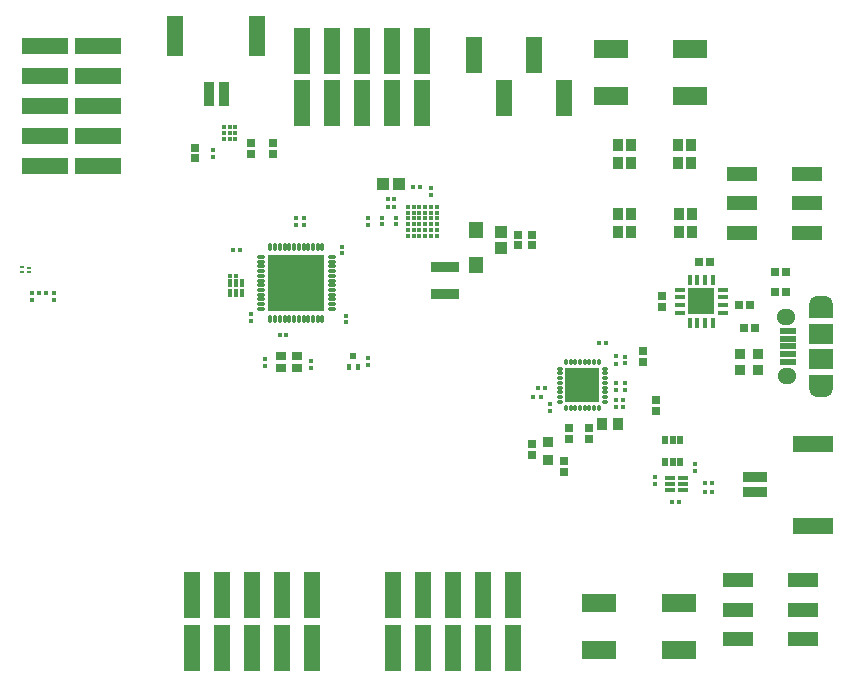
<source format=gts>
G04 Layer_Color=8388736*
%FSLAX25Y25*%
%MOIN*%
G70*
G01*
G75*
%ADD93R,0.01181X0.00984*%
%ADD96R,0.03353X0.02959*%
%ADD97R,0.07880X0.06699*%
%ADD98R,0.05715X0.01975*%
%ADD99R,0.07880X0.05124*%
%ADD100R,0.01975X0.02369*%
%ADD101R,0.01817X0.02369*%
%ADD102R,0.03347X0.01496*%
%ADD103R,0.03740X0.01496*%
%ADD104R,0.05124X0.05321*%
%ADD105R,0.01975X0.02998*%
%ADD106R,0.03550X0.03550*%
%ADD107R,0.02565X0.02762*%
%ADD108R,0.01772X0.01575*%
%ADD109R,0.18904X0.18904*%
%ADD110O,0.01187X0.02959*%
%ADD111O,0.02959X0.01187*%
%ADD112R,0.08668X0.08668*%
%ADD113R,0.03235X0.01581*%
%ADD114R,0.01581X0.03235*%
%ADD115R,0.05518X0.13589*%
%ADD116R,0.03550X0.07880*%
%ADD117R,0.05400X0.15400*%
%ADD118R,0.10243X0.05124*%
%ADD119R,0.09455X0.03747*%
%ADD120R,0.03195X0.04022*%
%ADD121R,0.03550X0.03550*%
%ADD122R,0.03943X0.04337*%
%ADD123R,0.02920X0.02762*%
%ADD124R,0.01654X0.01654*%
%ADD125C,0.01437*%
%ADD126C,0.01476*%
%ADD127R,0.11227X0.05912*%
%ADD128R,0.03550X0.04337*%
%ADD129R,0.05400X0.12054*%
%ADD130O,0.01187X0.02565*%
%ADD131O,0.02565X0.01187*%
%ADD132R,0.11424X0.11424*%
%ADD133R,0.01384X0.02565*%
%ADD134R,0.13589X0.05518*%
%ADD135R,0.07880X0.03550*%
%ADD136R,0.01575X0.01772*%
%ADD137R,0.01654X0.01654*%
%ADD138R,0.04337X0.03943*%
%ADD139R,0.02762X0.02920*%
%ADD140R,0.15400X0.05400*%
%ADD141O,0.06306X0.05321*%
%ADD142O,0.07880X0.05223*%
%ADD143C,0.00598*%
D93*
X7454Y139148D02*
D03*
X7454Y140526D02*
D03*
X9816Y140525D02*
D03*
X9816Y139148D02*
D03*
D96*
X98959Y110869D02*
D03*
X93841D02*
D03*
X98959Y106931D02*
D03*
X93841D02*
D03*
D97*
X273800Y110139D02*
D03*
Y118407D02*
D03*
D98*
X262774Y119391D02*
D03*
Y116832D02*
D03*
Y114273D02*
D03*
Y111714D02*
D03*
X262774Y109155D02*
D03*
D99*
X273800Y102462D02*
D03*
X273800Y126084D02*
D03*
D100*
X117900Y111169D02*
D03*
D101*
X119475Y107231D02*
D03*
X116325D02*
D03*
D102*
X227868Y66314D02*
D03*
Y68283D02*
D03*
Y70251D02*
D03*
X223341Y66314D02*
D03*
Y68283D02*
D03*
D103*
X223538Y70251D02*
D03*
D104*
X158679Y141476D02*
D03*
Y152893D02*
D03*
D105*
X221782Y82956D02*
D03*
X224341D02*
D03*
X226900D02*
D03*
Y75672D02*
D03*
X224341D02*
D03*
X221782D02*
D03*
D106*
X252753Y106273D02*
D03*
X246847D02*
D03*
X252753Y111773D02*
D03*
X246847D02*
D03*
D107*
X258430Y132273D02*
D03*
X262170D02*
D03*
D108*
X205500Y101958D02*
D03*
Y99596D02*
D03*
X205500Y110881D02*
D03*
Y108519D02*
D03*
X98900Y157181D02*
D03*
Y154819D02*
D03*
X101400Y157181D02*
D03*
Y154819D02*
D03*
X122900Y110481D02*
D03*
Y108119D02*
D03*
X71200Y179781D02*
D03*
Y177419D02*
D03*
X122879Y157165D02*
D03*
Y154803D02*
D03*
X143900Y166981D02*
D03*
Y164619D02*
D03*
X183400Y94981D02*
D03*
Y92619D02*
D03*
X208400Y99596D02*
D03*
Y101958D02*
D03*
X231841Y72814D02*
D03*
Y75176D02*
D03*
X218341Y68314D02*
D03*
Y70676D02*
D03*
D109*
X98900Y135400D02*
D03*
D110*
X107561Y123491D02*
D03*
X105987D02*
D03*
X104412D02*
D03*
X102837D02*
D03*
X101262D02*
D03*
X99687D02*
D03*
X98113D02*
D03*
X96538D02*
D03*
X94963D02*
D03*
X93388D02*
D03*
X91813D02*
D03*
X90239D02*
D03*
Y147309D02*
D03*
X91813D02*
D03*
X93388D02*
D03*
X94963D02*
D03*
X96538D02*
D03*
X98113D02*
D03*
X99687D02*
D03*
X101262D02*
D03*
X102837D02*
D03*
X104412D02*
D03*
X105987D02*
D03*
X107561D02*
D03*
D111*
X86990Y126739D02*
D03*
Y128313D02*
D03*
Y129888D02*
D03*
Y131463D02*
D03*
Y133038D02*
D03*
Y134613D02*
D03*
Y136187D02*
D03*
Y137762D02*
D03*
Y139337D02*
D03*
Y140912D02*
D03*
Y142487D02*
D03*
Y144061D02*
D03*
X110809D02*
D03*
Y142487D02*
D03*
Y140912D02*
D03*
Y139337D02*
D03*
Y137762D02*
D03*
Y136187D02*
D03*
Y134613D02*
D03*
Y133038D02*
D03*
Y131463D02*
D03*
Y129888D02*
D03*
Y128313D02*
D03*
Y126739D02*
D03*
D112*
X233800Y129273D02*
D03*
D113*
X226615Y133112D02*
D03*
Y130553D02*
D03*
Y127994D02*
D03*
Y125435D02*
D03*
X240985D02*
D03*
Y127994D02*
D03*
Y130553D02*
D03*
Y133112D02*
D03*
D114*
X229961Y122088D02*
D03*
X232521D02*
D03*
X235080D02*
D03*
X237639D02*
D03*
Y136458D02*
D03*
X235080D02*
D03*
X232521D02*
D03*
X229961D02*
D03*
D115*
X58483Y217553D02*
D03*
X85846D02*
D03*
D116*
X69704Y198360D02*
D03*
X74625D02*
D03*
D117*
X131100Y13850D02*
D03*
Y31350D02*
D03*
X141100Y13850D02*
D03*
Y31350D02*
D03*
X151100Y13850D02*
D03*
Y31350D02*
D03*
X161100Y13850D02*
D03*
Y31350D02*
D03*
X171100Y13850D02*
D03*
Y31350D02*
D03*
X140700Y212750D02*
D03*
Y195250D02*
D03*
X130700Y212750D02*
D03*
Y195250D02*
D03*
X120700Y212750D02*
D03*
Y195250D02*
D03*
X110700Y212750D02*
D03*
Y195250D02*
D03*
X100700Y212750D02*
D03*
Y195250D02*
D03*
X64100Y13850D02*
D03*
Y31350D02*
D03*
X74100Y13850D02*
D03*
Y31350D02*
D03*
X84100Y13850D02*
D03*
Y31350D02*
D03*
X94100Y13850D02*
D03*
Y31350D02*
D03*
X104100Y13850D02*
D03*
Y31350D02*
D03*
D118*
X245973Y36242D02*
D03*
Y16557D02*
D03*
Y26400D02*
D03*
X267627D02*
D03*
Y16557D02*
D03*
Y36242D02*
D03*
X247373Y171742D02*
D03*
Y152058D02*
D03*
Y161900D02*
D03*
X269027D02*
D03*
Y152058D02*
D03*
Y171742D02*
D03*
D119*
X148479Y140612D02*
D03*
Y131557D02*
D03*
D120*
X200644Y88500D02*
D03*
X206156D02*
D03*
D121*
X182700Y82253D02*
D03*
Y76347D02*
D03*
D122*
X133136Y168284D02*
D03*
X127821D02*
D03*
D123*
X220800Y131084D02*
D03*
Y127462D02*
D03*
X172900Y151511D02*
D03*
Y147889D02*
D03*
X177400Y151511D02*
D03*
Y147889D02*
D03*
X83700Y182011D02*
D03*
Y178389D02*
D03*
X91000Y181911D02*
D03*
Y178289D02*
D03*
X65200Y180511D02*
D03*
Y176889D02*
D03*
X196300Y87011D02*
D03*
Y83389D02*
D03*
X177300Y81811D02*
D03*
Y78189D02*
D03*
X189800Y87111D02*
D03*
Y83489D02*
D03*
X218600Y96334D02*
D03*
Y92712D02*
D03*
X214400Y108989D02*
D03*
Y112611D02*
D03*
X188100Y75911D02*
D03*
Y72289D02*
D03*
D124*
X235239Y65814D02*
D03*
X237443D02*
D03*
X93298Y117900D02*
D03*
X95502D02*
D03*
X80002Y146200D02*
D03*
X77798D02*
D03*
X78802Y137800D02*
D03*
X76598D02*
D03*
X131581Y163484D02*
D03*
X129376D02*
D03*
X131581Y160784D02*
D03*
X129376D02*
D03*
X137898Y167300D02*
D03*
X140102D02*
D03*
X207702Y96400D02*
D03*
X205498D02*
D03*
D125*
X135958Y160805D02*
D03*
X137926D02*
D03*
X139894D02*
D03*
X141863D02*
D03*
X143832D02*
D03*
X145800D02*
D03*
X135958Y158837D02*
D03*
X137926D02*
D03*
X139894D02*
D03*
X141863D02*
D03*
X143832D02*
D03*
X145800D02*
D03*
X135958Y156869D02*
D03*
X137926D02*
D03*
X139894D02*
D03*
X141863D02*
D03*
X143832D02*
D03*
X145800D02*
D03*
X135958Y154900D02*
D03*
X137926D02*
D03*
X139894D02*
D03*
X141863D02*
D03*
X143832D02*
D03*
X145800D02*
D03*
X135958Y152931D02*
D03*
X137926D02*
D03*
X139894D02*
D03*
X141863D02*
D03*
X143832D02*
D03*
X145800D02*
D03*
X135958Y150963D02*
D03*
X137926D02*
D03*
X139894D02*
D03*
X141863D02*
D03*
X143832D02*
D03*
X145800D02*
D03*
D126*
X78568Y183332D02*
D03*
Y185300D02*
D03*
Y187268D02*
D03*
X76600Y183332D02*
D03*
X74631D02*
D03*
X76600Y185300D02*
D03*
X74631D02*
D03*
Y187268D02*
D03*
X76600D02*
D03*
D127*
X199813Y28674D02*
D03*
Y12926D02*
D03*
X226387Y28674D02*
D03*
Y12926D02*
D03*
X230187Y197726D02*
D03*
Y213474D02*
D03*
X203613Y197726D02*
D03*
Y213474D02*
D03*
D128*
X226035Y181353D02*
D03*
X226035Y175447D02*
D03*
X230365Y175447D02*
D03*
X230365Y181353D02*
D03*
X206035Y158253D02*
D03*
X206035Y152347D02*
D03*
X210365Y152347D02*
D03*
X210365Y158253D02*
D03*
X206035Y181253D02*
D03*
X206035Y175347D02*
D03*
X210365Y175347D02*
D03*
X210365Y181253D02*
D03*
X226535Y158253D02*
D03*
X226535Y152347D02*
D03*
X230865Y152347D02*
D03*
X230865Y158253D02*
D03*
D129*
X188200Y197113D02*
D03*
X178200Y211287D02*
D03*
X168200Y197113D02*
D03*
X158200Y211287D02*
D03*
D130*
X199712Y108879D02*
D03*
X198137D02*
D03*
X196562D02*
D03*
X194987D02*
D03*
X193413D02*
D03*
X191838D02*
D03*
X190263D02*
D03*
X188688D02*
D03*
Y93721D02*
D03*
X190263D02*
D03*
X191838D02*
D03*
X193413D02*
D03*
X194987D02*
D03*
X196562D02*
D03*
X198137D02*
D03*
X199712D02*
D03*
D131*
X186621Y106812D02*
D03*
Y105237D02*
D03*
Y103662D02*
D03*
Y102087D02*
D03*
Y100513D02*
D03*
Y98938D02*
D03*
Y97363D02*
D03*
Y95788D02*
D03*
X201779Y95788D02*
D03*
Y97363D02*
D03*
Y98938D02*
D03*
Y100513D02*
D03*
Y102087D02*
D03*
Y103662D02*
D03*
Y105237D02*
D03*
Y106812D02*
D03*
D132*
X194200Y101300D02*
D03*
D133*
X76911Y135303D02*
D03*
X78880D02*
D03*
X80848D02*
D03*
Y131957D02*
D03*
X78880D02*
D03*
X76911D02*
D03*
D134*
X271053Y81817D02*
D03*
Y54454D02*
D03*
D135*
X251860Y70596D02*
D03*
Y65675D02*
D03*
D136*
X202081Y115200D02*
D03*
X199719D02*
D03*
X13019Y131998D02*
D03*
X15381D02*
D03*
X177919Y97400D02*
D03*
X180281D02*
D03*
X237522Y68814D02*
D03*
X235160D02*
D03*
X207781Y93900D02*
D03*
X205419D02*
D03*
X179519Y100500D02*
D03*
X181881D02*
D03*
X224160Y62314D02*
D03*
X226522D02*
D03*
D137*
X208300Y108598D02*
D03*
Y110802D02*
D03*
X88400Y107798D02*
D03*
Y110002D02*
D03*
X103600Y109302D02*
D03*
Y107098D02*
D03*
X115400Y124502D02*
D03*
Y122298D02*
D03*
X83700Y124902D02*
D03*
Y122698D02*
D03*
X18000Y132000D02*
D03*
Y129795D02*
D03*
X10600Y131900D02*
D03*
Y129695D02*
D03*
X114200Y145198D02*
D03*
Y147402D02*
D03*
X127479Y157187D02*
D03*
Y154982D02*
D03*
X132179Y154882D02*
D03*
Y157087D02*
D03*
D138*
X167100Y152357D02*
D03*
Y147043D02*
D03*
D139*
X258389Y138900D02*
D03*
X262011D02*
D03*
X247989Y120273D02*
D03*
X251611D02*
D03*
X246389Y128000D02*
D03*
X250011D02*
D03*
X236611Y142273D02*
D03*
X232989D02*
D03*
D140*
X15250Y214500D02*
D03*
X32750D02*
D03*
X15250Y204500D02*
D03*
X32750D02*
D03*
X15250Y194500D02*
D03*
X32750D02*
D03*
X15250Y184500D02*
D03*
X32750D02*
D03*
X15250Y174500D02*
D03*
X32750D02*
D03*
D141*
X262383Y104431D02*
D03*
X262186Y124116D02*
D03*
D142*
X273800Y100100D02*
D03*
X273798Y128446D02*
D03*
D143*
X91813Y142487D02*
D03*
X96538D02*
D03*
X101262D02*
D03*
X105987D02*
D03*
X91813Y137762D02*
D03*
X96538D02*
D03*
X101262D02*
D03*
X105987D02*
D03*
X91813Y133038D02*
D03*
X96538D02*
D03*
X101262D02*
D03*
X105987D02*
D03*
X91813Y128313D02*
D03*
X96538D02*
D03*
X101262D02*
D03*
X105987D02*
D03*
X190263Y101300D02*
D03*
X198137D02*
D03*
X194200Y97363D02*
D03*
Y105237D02*
D03*
Y101300D02*
D03*
M02*

</source>
